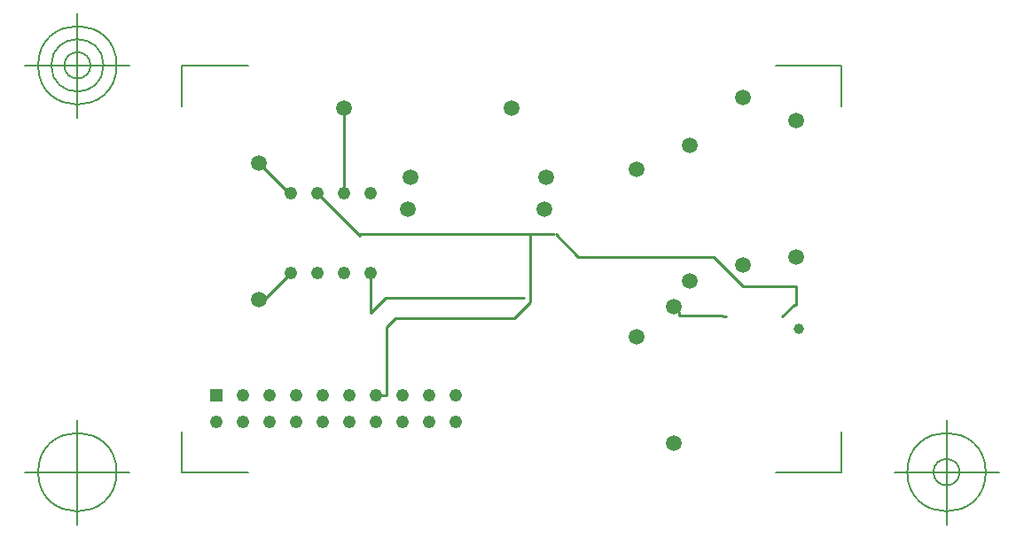
<source format=gbr>
G04 Generated by Ultiboard 14.2 *
%FSLAX24Y24*%
%MOIN*%

%ADD10C,0.0001*%
%ADD11C,0.0100*%
%ADD12C,0.0050*%
%ADD13C,0.0394*%
%ADD14C,0.0490*%
%ADD15R,0.0490X0.0490*%
%ADD16C,0.0591*%


G04 ColorRGB 0000FF for the following layer *
%LNCopper Bottom*%
%LPD*%
G54D10*
G54D11*
X6800Y14400D02*
X6600Y14400D01*
X7800Y15400D02*
X6800Y14400D01*
X7718Y18400D02*
X6600Y19518D01*
X7800Y18400D02*
X7718Y18400D01*
X16537Y14450D02*
X11350Y14450D01*
X10800Y13900D01*
X8800Y18400D02*
X10400Y16800D01*
X9800Y21600D02*
X9800Y18400D01*
X24137Y13750D02*
X24050Y13750D01*
X24000Y13800D01*
X22400Y13800D01*
X22400Y13918D01*
X22200Y14118D01*
X10350Y16850D02*
X17700Y16850D01*
X17750Y16850D02*
X17763Y16850D01*
X17750Y16850D02*
X18600Y16000D01*
X23700Y16000D01*
X24800Y14900D01*
X26800Y14900D01*
X26800Y14200D01*
X26713Y14200D01*
X26263Y13750D01*
X16800Y16850D02*
X16800Y14300D01*
X11400Y10800D02*
X11000Y10800D01*
X10800Y15400D02*
X10800Y13900D01*
X11400Y13371D02*
X11400Y10800D01*
X16200Y13700D02*
X11729Y13700D01*
X16800Y14300D02*
X16200Y13700D01*
X11729Y13700D02*
X11400Y13371D01*
G54D12*
X3697Y7900D02*
X3697Y9430D01*
X3697Y7900D02*
X6178Y7900D01*
X28500Y7900D02*
X26020Y7900D01*
X28500Y7900D02*
X28500Y9430D01*
X28500Y23200D02*
X28500Y21670D01*
X28500Y23200D02*
X26020Y23200D01*
X3697Y23200D02*
X6178Y23200D01*
X3697Y23200D02*
X3697Y21670D01*
X1729Y7900D02*
X-2208Y7900D01*
X-240Y5931D02*
X-240Y9869D01*
X-1716Y7900D02*
G75*
D01*
G02X-1716Y7900I1476J0*
G01*
X30469Y7900D02*
X34406Y7900D01*
X32437Y5931D02*
X32437Y9869D01*
X30961Y7900D02*
G75*
D01*
G02X30961Y7900I1476J0*
G01*
X31945Y7900D02*
G75*
D01*
G02X31945Y7900I492J0*
G01*
X1729Y23200D02*
X-2208Y23200D01*
X-240Y21231D02*
X-240Y25169D01*
X-1716Y23200D02*
G75*
D01*
G02X-1716Y23200I1476J0*
G01*
X-1224Y23200D02*
G75*
D01*
G02X-1224Y23200I984J0*
G01*
X-732Y23200D02*
G75*
D01*
G02X-732Y23200I492J0*
G01*
G54D13*
X26900Y13300D03*
G54D14*
X6000Y10800D03*
X7000Y10800D03*
X8000Y10800D03*
X9000Y10800D03*
X10000Y10800D03*
X11000Y10800D03*
X12000Y10800D03*
X13000Y10800D03*
X14000Y10800D03*
X5000Y9800D03*
X6000Y9800D03*
X7000Y9800D03*
X8000Y9800D03*
X9000Y9800D03*
X10000Y9800D03*
X11000Y9800D03*
X12000Y9800D03*
X13000Y9800D03*
X14000Y9800D03*
X7800Y15400D03*
X7800Y18400D03*
X8800Y15400D03*
X10800Y15400D03*
X9800Y15400D03*
X10800Y18400D03*
X8800Y18400D03*
X9800Y18400D03*
G54D15*
X5000Y10800D03*
G54D16*
X17318Y17800D03*
X12200Y17800D03*
X16099Y21600D03*
X9800Y21600D03*
X6600Y19518D03*
X6600Y14400D03*
X24800Y15701D03*
X24800Y22000D03*
X22800Y15082D03*
X22800Y20200D03*
X26800Y21118D03*
X26800Y16000D03*
X22200Y14118D03*
X22200Y9000D03*
X20800Y19299D03*
X20800Y13000D03*
X12282Y19000D03*
X17400Y19000D03*

M02*

</source>
